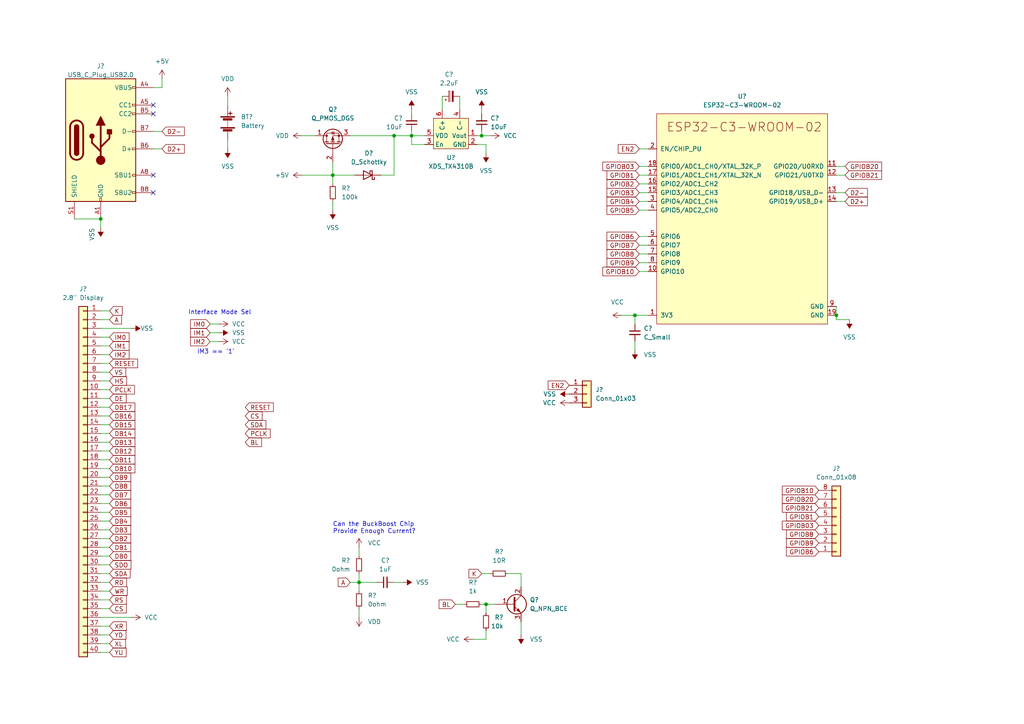
<source format=kicad_sch>
(kicad_sch (version 20211123) (generator eeschema)
  (paper "A4")
  (lib_symbols
    (symbol "BadgePiratesSymbolLibrary:USB_C_Plug_USB2.0" (pin_names (offset 1.016))
      (property "Reference" "J1" (at -10.16 20.32 0))
      (property "Value" "USB_C_Plug_USB2.0" (at 2.54 -20.32 0))
      (symbol "USB_C_Plug_USB2.0_0_0"
        (rectangle (start -0.254 -17.78) (end 0.254 -16.764))
        (rectangle (start 10.1232 -14.9825) (end 9.1072 -15.4905))
        (rectangle (start 10.1599 -9.9392) (end 9.1439 -10.4472))
        (rectangle (start 10.16 -2.286) (end 9.144 -2.794))
        (rectangle (start 10.16 2.794) (end 9.144 2.286))
        (rectangle (start 10.16 7.874) (end 9.144 7.366))
        (rectangle (start 10.16 10.414) (end 9.144 9.906))
        (rectangle (start 10.16 15.494) (end 9.144 14.986))
        (pin bidirectional line (at 15.24 -10.16 180) (length 5.08) (name "SBU1") (number "A8"))
        (pin bidirectional line (at 15.24 -2.54 180) (length 5.08) (name "D+") (number "B6"))
        (pin bidirectional line (at 15.24 2.54 180) (length 5.08) (name "D-") (number "B7"))
        (pin bidirectional line (at 15.24 -15.24 180) (length 5.08) (name "SBU2") (number "B8"))
      )
      (symbol "USB_C_Plug_USB2.0_0_1"
        (rectangle (start -10.16 17.78) (end 10.16 -17.78) (stroke (width 0.254)) (fill (type background)))
        (arc (start -8.89 -3.81) (mid -6.985 -5.715) (end -5.08 -3.81) (stroke (width 0.508)))
        (arc (start -7.62 -3.81) (mid -6.985 -4.445) (end -6.35 -3.81) (stroke (width 0.254)))
        (arc (start -7.62 -3.81) (mid -6.985 -4.445) (end -6.35 -3.81) (stroke (width 0.254)) (fill (type outline)))
        (rectangle (start -7.62 -3.81) (end -6.35 3.81) (stroke (width 0.254)) (fill (type outline)))
        (arc (start -6.35 3.81) (mid -6.985 4.445) (end -7.62 3.81) (stroke (width 0.254)))
        (arc (start -6.35 3.81) (mid -6.985 4.445) (end -7.62 3.81) (stroke (width 0.254)) (fill (type outline)))
        (arc (start -5.08 3.81) (mid -6.985 5.715) (end -8.89 3.81) (stroke (width 0.508)))
        (circle (center -2.54 1.143) (radius 0.635) (stroke (width 0.254)) (fill (type outline)))
        (circle (center 0 -5.842) (radius 1.27) (fill (type outline)))
        (polyline (pts (xy -8.89 -3.81) (xy -8.89 3.81)) (stroke (width 0.508)))
        (polyline (pts (xy -5.08 3.81) (xy -5.08 -3.81)) (stroke (width 0.508)))
        (polyline (pts (xy 0 -5.842) (xy 0 4.318)) (stroke (width 0.508)))
        (polyline (pts (xy 0 -3.302) (xy -2.54 -0.762) (xy -2.54 0.508)) (stroke (width 0.508)))
        (polyline (pts (xy 0 -2.032) (xy 2.54 0.508) (xy 2.54 1.778)) (stroke (width 0.508)))
        (polyline (pts (xy -1.27 4.318) (xy 0 6.858) (xy 1.27 4.318) (xy -1.27 4.318)) (stroke (width 0.254)) (fill (type outline)))
        (rectangle (start 1.905 1.778) (end 3.175 3.048) (stroke (width 0.254)) (fill (type outline)))
      )
      (symbol "USB_C_Plug_USB2.0_1_1"
        (pin passive line (at 0 -22.86 90) (length 5.08) (name "GND") (number "A1"))
        (pin passive line (at 0 -22.86 90) (length 5.08) hide (name "GND") (number "A12"))
        (pin passive line (at 15.24 15.24 180) (length 5.08) (name "VBUS") (number "A4"))
        (pin passive line (at 15.24 10.16 180) (length 5.08) (name "CC1") (number "A5"))
        (pin bidirectional line (at 15.24 -2.54 180) (length 5.08) hide (name "D+") (number "A6"))
        (pin bidirectional line (at 15.24 2.54 180) (length 5.08) hide (name "D-") (number "A7"))
        (pin passive line (at 15.24 15.24 180) (length 5.08) hide (name "VBUS") (number "A9"))
        (pin passive line (at 0 -22.86 90) (length 5.08) hide (name "GND") (number "B1"))
        (pin passive line (at 0 -22.86 90) (length 5.08) hide (name "GND") (number "B12"))
        (pin passive line (at 15.24 15.24 180) (length 5.08) hide (name "VBUS") (number "B4"))
        (pin passive line (at 15.24 7.62 180) (length 5.08) (name "CC2") (number "B5"))
        (pin passive line (at 15.24 15.24 180) (length 5.08) hide (name "VBUS") (number "B9"))
        (pin passive line (at -7.62 -22.86 90) (length 5.08) (name "SHIELD") (number "S1"))
      )
    )
    (symbol "Connector_Generic:Conn_01x03" (pin_names (offset 1.016) hide)
      (property "Reference" "J" (at 0 5.08 0))
      (property "Value" "Conn_01x03" (at 0 -5.08 0))
      (symbol "Conn_01x03_1_1"
        (rectangle (start -1.27 -2.413) (end 0 -2.667) (stroke (width 0.1524)))
        (rectangle (start -1.27 0.127) (end 0 -0.127) (stroke (width 0.1524)))
        (rectangle (start -1.27 2.667) (end 0 2.413) (stroke (width 0.1524)))
        (rectangle (start -1.27 3.81) (end 1.27 -3.81) (stroke (width 0.254)) (fill (type background)))
        (pin passive line (at -5.08 2.54 0) (length 3.81) (name "Pin_1") (number "1"))
        (pin passive line (at -5.08 0 0) (length 3.81) (name "Pin_2") (number "2"))
        (pin passive line (at -5.08 -2.54 0) (length 3.81) (name "Pin_3") (number "3"))
      )
    )
    (symbol "Connector_Generic:Conn_01x08" (pin_names (offset 1.016) hide)
      (property "Reference" "J" (at 0 10.16 0))
      (property "Value" "Conn_01x08" (at 0 -12.7 0))
      (symbol "Conn_01x08_1_1"
        (rectangle (start -1.27 -10.033) (end 0 -10.287) (stroke (width 0.1524)))
        (rectangle (start -1.27 -7.493) (end 0 -7.747) (stroke (width 0.1524)))
        (rectangle (start -1.27 -4.953) (end 0 -5.207) (stroke (width 0.1524)))
        (rectangle (start -1.27 -2.413) (end 0 -2.667) (stroke (width 0.1524)))
        (rectangle (start -1.27 0.127) (end 0 -0.127) (stroke (width 0.1524)))
        (rectangle (start -1.27 2.667) (end 0 2.413) (stroke (width 0.1524)))
        (rectangle (start -1.27 5.207) (end 0 4.953) (stroke (width 0.1524)))
        (rectangle (start -1.27 7.747) (end 0 7.493) (stroke (width 0.1524)))
        (rectangle (start -1.27 8.89) (end 1.27 -11.43) (stroke (width 0.254)) (fill (type background)))
        (pin passive line (at -5.08 7.62 0) (length 3.81) (name "Pin_1") (number "1"))
        (pin passive line (at -5.08 5.08 0) (length 3.81) (name "Pin_2") (number "2"))
        (pin passive line (at -5.08 2.54 0) (length 3.81) (name "Pin_3") (number "3"))
        (pin passive line (at -5.08 0 0) (length 3.81) (name "Pin_4") (number "4"))
        (pin passive line (at -5.08 -2.54 0) (length 3.81) (name "Pin_5") (number "5"))
        (pin passive line (at -5.08 -5.08 0) (length 3.81) (name "Pin_6") (number "6"))
        (pin passive line (at -5.08 -7.62 0) (length 3.81) (name "Pin_7") (number "7"))
        (pin passive line (at -5.08 -10.16 0) (length 3.81) (name "Pin_8") (number "8"))
      )
    )
    (symbol "Connector_Generic:Conn_01x40" (pin_names (offset 1.016) hide)
      (property "Reference" "J" (at 0 50.8 0))
      (property "Value" "Conn_01x40" (at 0 -53.34 0))
      (symbol "Conn_01x40_1_1"
        (rectangle (start -1.27 -50.673) (end 0 -50.927) (stroke (width 0.1524)))
        (rectangle (start -1.27 -48.133) (end 0 -48.387) (stroke (width 0.1524)))
        (rectangle (start -1.27 -45.593) (end 0 -45.847) (stroke (width 0.1524)))
        (rectangle (start -1.27 -43.053) (end 0 -43.307) (stroke (width 0.1524)))
        (rectangle (start -1.27 -40.513) (end 0 -40.767) (stroke (width 0.1524)))
        (rectangle (start -1.27 -37.973) (end 0 -38.227) (stroke (width 0.1524)))
        (rectangle (start -1.27 -35.433) (end 0 -35.687) (stroke (width 0.1524)))
        (rectangle (start -1.27 -32.893) (end 0 -33.147) (stroke (width 0.1524)))
        (rectangle (start -1.27 -30.353) (end 0 -30.607) (stroke (width 0.1524)))
        (rectangle (start -1.27 -27.813) (end 0 -28.067) (stroke (width 0.1524)))
        (rectangle (start -1.27 -25.273) (end 0 -25.527) (stroke (width 0.1524)))
        (rectangle (start -1.27 -22.733) (end 0 -22.987) (stroke (width 0.1524)))
        (rectangle (start -1.27 -20.193) (end 0 -20.447) (stroke (width 0.1524)))
        (rectangle (start -1.27 -17.653) (end 0 -17.907) (stroke (width 0.1524)))
        (rectangle (start -1.27 -15.113) (end 0 -15.367) (stroke (width 0.1524)))
        (rectangle (start -1.27 -12.573) (end 0 -12.827) (stroke (width 0.1524)))
        (rectangle (start -1.27 -10.033) (end 0 -10.287) (stroke (width 0.1524)))
        (rectangle (start -1.27 -7.493) (end 0 -7.747) (stroke (width 0.1524)))
        (rectangle (start -1.27 -4.953) (end 0 -5.207) (stroke (width 0.1524)))
        (rectangle (start -1.27 -2.413) (end 0 -2.667) (stroke (width 0.1524)))
        (rectangle (start -1.27 0.127) (end 0 -0.127) (stroke (width 0.1524)))
        (rectangle (start -1.27 2.667) (end 0 2.413) (stroke (width 0.1524)))
        (rectangle (start -1.27 5.207) (end 0 4.953) (stroke (width 0.1524)))
        (rectangle (start -1.27 7.747) (end 0 7.493) (stroke (width 0.1524)))
        (rectangle (start -1.27 10.287) (end 0 10.033) (stroke (width 0.1524)))
        (rectangle (start -1.27 12.827) (end 0 12.573) (stroke (width 0.1524)))
        (rectangle (start -1.27 15.367) (end 0 15.113) (stroke (width 0.1524)))
        (rectangle (start -1.27 17.907) (end 0 17.653) (stroke (width 0.1524)))
        (rectangle (start -1.27 20.447) (end 0 20.193) (stroke (width 0.1524)))
        (rectangle (start -1.27 22.987) (end 0 22.733) (stroke (width 0.1524)))
        (rectangle (start -1.27 25.527) (end 0 25.273) (stroke (width 0.1524)))
        (rectangle (start -1.27 28.067) (end 0 27.813) (stroke (width 0.1524)))
        (rectangle (start -1.27 30.607) (end 0 30.353) (stroke (width 0.1524)))
        (rectangle (start -1.27 33.147) (end 0 32.893) (stroke (width 0.1524)))
        (rectangle (start -1.27 35.687) (end 0 35.433) (stroke (width 0.1524)))
        (rectangle (start -1.27 38.227) (end 0 37.973) (stroke (width 0.1524)))
        (rectangle (start -1.27 40.767) (end 0 40.513) (stroke (width 0.1524)))
        (rectangle (start -1.27 43.307) (end 0 43.053) (stroke (width 0.1524)))
        (rectangle (start -1.27 45.847) (end 0 45.593) (stroke (width 0.1524)))
        (rectangle (start -1.27 48.387) (end 0 48.133) (stroke (width 0.1524)))
        (rectangle (start -1.27 49.53) (end 1.27 -52.07) (stroke (width 0.254)) (fill (type background)))
        (pin passive line (at -5.08 48.26 0) (length 3.81) (name "Pin_1") (number "1"))
        (pin passive line (at -5.08 25.4 0) (length 3.81) (name "Pin_10") (number "10"))
        (pin passive line (at -5.08 22.86 0) (length 3.81) (name "Pin_11") (number "11"))
        (pin passive line (at -5.08 20.32 0) (length 3.81) (name "Pin_12") (number "12"))
        (pin passive line (at -5.08 17.78 0) (length 3.81) (name "Pin_13") (number "13"))
        (pin passive line (at -5.08 15.24 0) (length 3.81) (name "Pin_14") (number "14"))
        (pin passive line (at -5.08 12.7 0) (length 3.81) (name "Pin_15") (number "15"))
        (pin passive line (at -5.08 10.16 0) (length 3.81) (name "Pin_16") (number "16"))
        (pin passive line (at -5.08 7.62 0) (length 3.81) (name "Pin_17") (number "17"))
        (pin passive line (at -5.08 5.08 0) (length 3.81) (name "Pin_18") (number "18"))
        (pin passive line (at -5.08 2.54 0) (length 3.81) (name "Pin_19") (number "19"))
        (pin passive line (at -5.08 45.72 0) (length 3.81) (name "Pin_2") (number "2"))
        (pin passive line (at -5.08 0 0) (length 3.81) (name "Pin_20") (number "20"))
        (pin passive line (at -5.08 -2.54 0) (length 3.81) (name "Pin_21") (number "21"))
        (pin passive line (at -5.08 -5.08 0) (length 3.81) (name "Pin_22") (number "22"))
        (pin passive line (at -5.08 -7.62 0) (length 3.81) (name "Pin_23") (number "23"))
        (pin passive line (at -5.08 -10.16 0) (length 3.81) (name "Pin_24") (number "24"))
        (pin passive line (at -5.08 -12.7 0) (length 3.81) (name "Pin_25") (number "25"))
        (pin passive line (at -5.08 -15.24 0) (length 3.81) (name "Pin_26") (number "26"))
        (pin passive line (at -5.08 -17.78 0) (length 3.81) (name "Pin_27") (number "27"))
        (pin passive line (at -5.08 -20.32 0) (length 3.81) (name "Pin_28") (number "28"))
        (pin passive line (at -5.08 -22.86 0) (length 3.81) (name "Pin_29") (number "29"))
        (pin passive line (at -5.08 43.18 0) (length 3.81) (name "Pin_3") (number "3"))
        (pin passive line (at -5.08 -25.4 0) (length 3.81) (name "Pin_30") (number "30"))
        (pin passive line (at -5.08 -27.94 0) (length 3.81) (name "Pin_31") (number "31"))
        (pin passive line (at -5.08 -30.48 0) (length 3.81) (name "Pin_32") (number "32"))
        (pin passive line (at -5.08 -33.02 0) (length 3.81) (name "Pin_33") (number "33"))
        (pin passive line (at -5.08 -35.56 0) (length 3.81) (name "Pin_34") (number "34"))
        (pin passive line (at -5.08 -38.1 0) (length 3.81) (name "Pin_35") (number "35"))
        (pin passive line (at -5.08 -40.64 0) (length 3.81) (name "Pin_36") (number "36"))
        (pin passive line (at -5.08 -43.18 0) (length 3.81) (name "Pin_37") (number "37"))
        (pin passive line (at -5.08 -45.72 0) (length 3.81) (name "Pin_38") (number "38"))
        (pin passive line (at -5.08 -48.26 0) (length 3.81) (name "Pin_39") (number "39"))
        (pin passive line (at -5.08 40.64 0) (length 3.81) (name "Pin_4") (number "4"))
        (pin passive line (at -5.08 -50.8 0) (length 3.81) (name "Pin_40") (number "40"))
        (pin passive line (at -5.08 38.1 0) (length 3.81) (name "Pin_5") (number "5"))
        (pin passive line (at -5.08 35.56 0) (length 3.81) (name "Pin_6") (number "6"))
        (pin passive line (at -5.08 33.02 0) (length 3.81) (name "Pin_7") (number "7"))
        (pin passive line (at -5.08 30.48 0) (length 3.81) (name "Pin_8") (number "8"))
        (pin passive line (at -5.08 27.94 0) (length 3.81) (name "Pin_9") (number "9"))
      )
    )
    (symbol "Device:Battery" (pin_numbers hide) (pin_names (offset 0) hide)
      (property "Reference" "BT" (at 2.54 2.54 0))
      (property "Value" "Battery" (at 2.54 0 0))
      (symbol "Battery_0_1"
        (rectangle (start -2.032 -1.397) (end 2.032 -1.651) (fill (type outline)))
        (rectangle (start -2.032 1.778) (end 2.032 1.524) (fill (type outline)))
        (rectangle (start -1.3208 -1.9812) (end 1.27 -2.4892) (fill (type outline)))
        (rectangle (start -1.3208 1.1938) (end 1.27 0.6858) (fill (type outline)))
        (polyline (pts (xy 0 -1.524) (xy 0 -1.27)))
        (polyline (pts (xy 0 -1.016) (xy 0 -0.762)))
        (polyline (pts (xy 0 -0.508) (xy 0 -0.254)))
        (polyline (pts (xy 0 0) (xy 0 0.254)))
        (polyline (pts (xy 0 0.508) (xy 0 0.762)))
        (polyline (pts (xy 0 1.778) (xy 0 2.54)))
        (polyline (pts (xy 0.254 2.667) (xy 1.27 2.667)) (stroke (width 0.254)))
        (polyline (pts (xy 0.762 3.175) (xy 0.762 2.159)) (stroke (width 0.254)))
      )
      (symbol "Battery_1_1"
        (pin passive line (at 0 5.08 270) (length 2.54) (name "+") (number "1"))
        (pin passive line (at 0 -5.08 90) (length 2.54) (name "-") (number "2"))
      )
    )
    (symbol "Device:C_Polarized_Small" (pin_numbers hide) (pin_names (offset 0.254) hide)
      (property "Reference" "C" (at 0.254 1.778 0))
      (property "Value" "C_Polarized_Small" (at 0.254 -2.032 0))
      (symbol "C_Polarized_Small_0_1"
        (rectangle (start -1.524 -0.3048) (end 1.524 -0.6858) (fill (type outline)))
        (rectangle (start -1.524 0.6858) (end 1.524 0.3048))
        (polyline (pts (xy -1.27 1.524) (xy -0.762 1.524)))
        (polyline (pts (xy -1.016 1.27) (xy -1.016 1.778)))
      )
      (symbol "C_Polarized_Small_1_1"
        (pin passive line (at 0 2.54 270) (length 1.8542) (name "~") (number "1"))
        (pin passive line (at 0 -2.54 90) (length 1.8542) (name "~") (number "2"))
      )
    )
    (symbol "Device:C_Small" (pin_numbers hide) (pin_names (offset 0.254) hide)
      (property "Reference" "C" (at 0.254 1.778 0))
      (property "Value" "C_Small" (at 0.254 -2.032 0))
      (symbol "C_Small_0_1"
        (polyline (pts (xy -1.524 -0.508) (xy 1.524 -0.508)) (stroke (width 0.3302)))
        (polyline (pts (xy -1.524 0.508) (xy 1.524 0.508)) (stroke (width 0.3048)))
      )
      (symbol "C_Small_1_1"
        (pin passive line (at 0 2.54 270) (length 2.032) (name "~") (number "1"))
        (pin passive line (at 0 -2.54 90) (length 2.032) (name "~") (number "2"))
      )
    )
    (symbol "Device:D_Schottky" (pin_numbers hide) (pin_names (offset 1.016) hide)
      (property "Reference" "D" (at 0 2.54 0))
      (property "Value" "D_Schottky" (at 0 -2.54 0))
      (symbol "D_Schottky_0_1"
        (polyline (pts (xy 1.27 0) (xy -1.27 0)))
        (polyline (pts (xy 1.27 1.27) (xy 1.27 -1.27) (xy -1.27 0) (xy 1.27 1.27)) (stroke (width 0.254)))
        (polyline (pts (xy -1.905 0.635) (xy -1.905 1.27) (xy -1.27 1.27) (xy -1.27 -1.27) (xy -0.635 -1.27) (xy -0.635 -0.635)) (stroke (width 0.254)))
      )
      (symbol "D_Schottky_1_1"
        (pin passive line (at -3.81 0 0) (length 2.54) (name "K") (number "1"))
        (pin passive line (at 3.81 0 180) (length 2.54) (name "A") (number "2"))
      )
    )
    (symbol "Device:Q_NPN_BCE" (pin_names (offset 0) hide)
      (property "Reference" "Q" (at 5.08 1.27 0))
      (property "Value" "Q_NPN_BCE" (at 5.08 -1.27 0))
      (symbol "Q_NPN_BCE_0_1"
        (polyline (pts (xy 0.635 0.635) (xy 2.54 2.54)))
        (polyline (pts (xy 0.635 -0.635) (xy 2.54 -2.54) (xy 2.54 -2.54)))
        (polyline (pts (xy 0.635 1.905) (xy 0.635 -1.905) (xy 0.635 -1.905)) (stroke (width 0.508)))
        (polyline (pts (xy 1.27 -1.778) (xy 1.778 -1.27) (xy 2.286 -2.286) (xy 1.27 -1.778) (xy 1.27 -1.778)) (fill (type outline)))
        (circle (center 1.27 0) (radius 2.8194) (stroke (width 0.254)))
      )
      (symbol "Q_NPN_BCE_1_1"
        (pin input line (at -5.08 0 0) (length 5.715) (name "B") (number "1"))
        (pin passive line (at 2.54 5.08 270) (length 2.54) (name "C") (number "2"))
        (pin passive line (at 2.54 -5.08 90) (length 2.54) (name "E") (number "3"))
      )
    )
    (symbol "Device:Q_PMOS_DGS" (pin_names (offset 0) hide)
      (property "Reference" "Q" (at 5.08 1.27 0))
      (property "Value" "Q_PMOS_DGS" (at 5.08 -1.27 0))
      (symbol "Q_PMOS_DGS_0_1"
        (polyline (pts (xy 0.254 0) (xy -2.54 0)))
        (polyline (pts (xy 0.254 1.905) (xy 0.254 -1.905)) (stroke (width 0.254)))
        (polyline (pts (xy 0.762 -1.27) (xy 0.762 -2.286)) (stroke (width 0.254)))
        (polyline (pts (xy 0.762 0.508) (xy 0.762 -0.508)) (stroke (width 0.254)))
        (polyline (pts (xy 0.762 2.286) (xy 0.762 1.27)) (stroke (width 0.254)))
        (polyline (pts (xy 2.54 2.54) (xy 2.54 1.778)))
        (polyline (pts (xy 2.54 -2.54) (xy 2.54 0) (xy 0.762 0)))
        (polyline (pts (xy 0.762 1.778) (xy 3.302 1.778) (xy 3.302 -1.778) (xy 0.762 -1.778)))
        (polyline (pts (xy 2.286 0) (xy 1.27 0.381) (xy 1.27 -0.381) (xy 2.286 0)) (fill (type outline)))
        (polyline (pts (xy 2.794 -0.508) (xy 2.921 -0.381) (xy 3.683 -0.381) (xy 3.81 -0.254)))
        (polyline (pts (xy 3.302 -0.381) (xy 2.921 0.254) (xy 3.683 0.254) (xy 3.302 -0.381)))
        (circle (center 1.651 0) (radius 2.794) (stroke (width 0.254)))
        (circle (center 2.54 -1.778) (radius 0.254) (fill (type outline)))
        (circle (center 2.54 1.778) (radius 0.254) (fill (type outline)))
      )
      (symbol "Q_PMOS_DGS_1_1"
        (pin passive line (at 2.54 5.08 270) (length 2.54) (name "D") (number "1"))
        (pin input line (at -5.08 0 0) (length 2.54) (name "G") (number "2"))
        (pin passive line (at 2.54 -5.08 90) (length 2.54) (name "S") (number "3"))
      )
    )
    (symbol "Device:R_Small" (pin_numbers hide) (pin_names (offset 0.254) hide)
      (property "Reference" "R" (at 0.762 0.508 0))
      (property "Value" "R_Small" (at 0.762 -1.016 0))
      (symbol "R_Small_0_1"
        (rectangle (start -0.762 1.778) (end 0.762 -1.778) (stroke (width 0.2032)))
      )
      (symbol "R_Small_1_1"
        (pin passive line (at 0 2.54 270) (length 0.762) (name "~") (number "1"))
        (pin passive line (at 0 -2.54 90) (length 0.762) (name "~") (number "2"))
      )
    )
    (symbol "ESP32_C3:XDS_TX4310B"
      (property "Reference" "U" (at 5.08 3.81 0))
      (property "Value" "XDS_TX4310B" (at 0 -7.62 0))
      (symbol "XDS_TX4310B_0_1"
        (rectangle (start -5.08 2.54) (end 5.08 -6.35) (stroke (width 0.1524)) (fill (type background)))
      )
      (symbol "XDS_TX4310B_1_1"
        (pin input line (at 7.62 -2.54 180) (length 2.54) (name "Vout") (number "1"))
        (pin input line (at 7.62 -5.08 180) (length 2.54) (name "GND") (number "2"))
        (pin input line (at -7.62 -5.08 0) (length 2.54) (name "En") (number "3"))
        (pin input line (at 2.54 5.08 270) (length 2.54) (name "C-") (number "4"))
        (pin input line (at -7.62 -2.54 0) (length 2.54) (name "VDD") (number "5"))
        (pin input line (at -2.54 5.08 270) (length 2.54) (name "C+") (number "6"))
      )
    )
    (symbol "Espressif:ESP32-C3-WROOM-02" (pin_names (offset 1.016))
      (property "Reference" "U" (at 0 33.02 0))
      (property "Value" "ESP32-C3-WROOM-02" (at 0 -30.48 0))
      (symbol "ESP32-C3-WROOM-02_0_0"
        (text "ESP32-C3-WROOM-02" (at 1.27 27.94 0) (effects (font (size 2.54 2.54))))
      )
      (symbol "ESP32-C3-WROOM-02_0_1"
        (rectangle (start -24.13 31.75) (end 25.4 -29.21) (fill (type background)))
      )
      (symbol "ESP32-C3-WROOM-02_1_1"
        (pin power_in line (at -26.67 -26.67 0) (length 2.54) (name "3V3") (number "1"))
        (pin bidirectional line (at -26.67 -13.97 0) (length 2.54) (name "GPIO10") (number "10"))
        (pin bidirectional line (at 27.94 16.51 180) (length 2.54) (name "GPIO20/U0RXD") (number "11"))
        (pin bidirectional line (at 27.94 13.97 180) (length 2.54) (name "GPIO21/U0TXD") (number "12"))
        (pin bidirectional line (at 27.94 8.89 180) (length 2.54) (name "GPIO18/USB_D-") (number "13"))
        (pin bidirectional line (at 27.94 6.35 180) (length 2.54) (name "GPIO19/USB_D+") (number "14"))
        (pin bidirectional line (at -26.67 8.89 0) (length 2.54) (name "GPIO3/ADC1_CH3") (number "15"))
        (pin bidirectional line (at -26.67 11.43 0) (length 2.54) (name "GPIO2/ADC1_CH2") (number "16"))
        (pin bidirectional line (at -26.67 13.97 0) (length 2.54) (name "GPIO1/ADC1_CH1/XTAL_32K_N") (number "17"))
        (pin bidirectional line (at -26.67 16.51 0) (length 2.54) (name "GPIO0/ADC1_CH0/XTAL_32K_P") (number "18"))
        (pin power_in line (at 27.94 -26.67 180) (length 2.54) (name "GND") (number "19"))
        (pin input line (at -26.67 21.59 0) (length 2.54) (name "EN/CHIP_PU") (number "2"))
        (pin bidirectional line (at -26.67 6.35 0) (length 2.54) (name "GPIO4/ADC1_CH4") (number "3"))
        (pin bidirectional line (at -26.67 3.81 0) (length 2.54) (name "GPIO5/ADC2_CH0") (number "4"))
        (pin bidirectional line (at -26.67 -3.81 0) (length 2.54) (name "GPIO6") (number "5"))
        (pin bidirectional line (at -26.67 -6.35 0) (length 2.54) (name "GPIO7") (number "6"))
        (pin bidirectional line (at -26.67 -8.89 0) (length 2.54) (name "GPIO8") (number "7"))
        (pin bidirectional line (at -26.67 -11.43 0) (length 2.54) (name "GPIO9") (number "8"))
        (pin power_in line (at 27.94 -24.13 180) (length 2.54) (name "GND") (number "9"))
      )
    )
    (symbol "VSS_1" (power) (pin_names (offset 0))
      (property "Value" "VSS_1" (at 0 3.81 0))
      (symbol "VSS_1_0_1"
        (polyline (pts (xy 0 0) (xy 0 2.54)))
        (polyline (pts (xy 0.762 1.27) (xy -0.762 1.27) (xy 0 2.54) (xy 0.762 1.27)) (fill (type outline)))
      )
      (symbol "VSS_1_1_1"
        (pin power_in line (at 0 0 90) (length 0) hide (name "VSS") (number "1"))
      )
    )
    (symbol "power:+5V" (power) (pin_names (offset 0))
      (property "Value" "+5V" (at 0 3.556 0))
      (symbol "+5V_0_1"
        (polyline (pts (xy -0.762 1.27) (xy 0 2.54)))
        (polyline (pts (xy 0 0) (xy 0 2.54)))
        (polyline (pts (xy 0 2.54) (xy 0.762 1.27)))
      )
      (symbol "+5V_1_1"
        (pin power_in line (at 0 0 90) (length 0) hide (name "+5V") (number "1"))
      )
    )
    (symbol "power:VCC" (power) (pin_names (offset 0))
      (property "Value" "VCC" (at 0 3.81 0))
      (symbol "VCC_0_1"
        (polyline (pts (xy -0.762 1.27) (xy 0 2.54)))
        (polyline (pts (xy 0 0) (xy 0 2.54)))
        (polyline (pts (xy 0 2.54) (xy 0.762 1.27)))
      )
      (symbol "VCC_1_1"
        (pin power_in line (at 0 0 90) (length 0) hide (name "VCC") (number "1"))
      )
    )
    (symbol "power:VDD" (power) (pin_names (offset 0))
      (property "Value" "VDD" (at 0 3.81 0))
      (symbol "VDD_0_1"
        (polyline (pts (xy -0.762 1.27) (xy 0 2.54)))
        (polyline (pts (xy 0 0) (xy 0 2.54)))
        (polyline (pts (xy 0 2.54) (xy 0.762 1.27)))
      )
      (symbol "VDD_1_1"
        (pin power_in line (at 0 0 90) (length 0) hide (name "VDD") (number "1"))
      )
    )
    (symbol "power:VSS" (power) (pin_names (offset 0))
      (property "Value" "VSS" (at 0 3.81 0))
      (symbol "VSS_0_1"
        (polyline (pts (xy 0 0) (xy 0 2.54)))
        (polyline (pts (xy 0.762 1.27) (xy -0.762 1.27) (xy 0 2.54) (xy 0.762 1.27)) (fill (type outline)))
      )
      (symbol "VSS_1_1"
        (pin power_in line (at 0 0 90) (length 0) hide (name "VSS") (number "1"))
      )
    )
  )
  (junction (at 114.3 39.37))
  (junction (at 242.57 91.44))
  (junction (at 104.14 168.91))
  (junction (at 96.52 50.8))
  (junction (at 29.21 63.5))
  (junction (at 140.97 175.26))
  (junction (at 139.7 39.37))
  (junction (at 119.38 39.37))
  (junction (at 184.15 91.44))
  (no_connect (at 44.45 30.48))
  (no_connect (at 44.45 55.88))
  (no_connect (at 44.45 33.02))
  (no_connect (at 44.45 50.8))
  (wire (pts (xy 139.7 31.75) (xy 139.7 33.02)))
  (wire (pts (xy 29.21 120.65) (xy 31.75 120.65)))
  (wire (pts (xy 29.21 123.19) (xy 31.75 123.19)))
  (wire (pts (xy 104.14 168.91) (xy 104.14 171.45)))
  (wire (pts (xy 101.6 39.37) (xy 114.3 39.37)))
  (wire (pts (xy 139.7 166.37) (xy 142.24 166.37)))
  (wire (pts (xy 29.21 171.45) (xy 31.75 171.45)))
  (wire (pts (xy 29.21 173.99) (xy 31.75 173.99)))
  (wire (pts (xy 110.49 50.8) (xy 114.3 50.8)))
  (wire (pts (xy 180.34 91.44) (xy 184.15 91.44)))
  (wire (pts (xy 140.97 175.26) (xy 143.51 175.26)))
  (wire (pts (xy 29.21 143.51) (xy 31.75 143.51)))
  (wire (pts (xy 29.21 135.89) (xy 31.75 135.89)))
  (wire (pts (xy 185.42 43.18) (xy 187.96 43.18)))
  (wire (pts (xy 44.45 38.1) (xy 46.99 38.1)))
  (wire (pts (xy 104.14 158.75) (xy 104.14 161.29)))
  (wire (pts (xy 119.38 41.91) (xy 119.38 39.37)))
  (wire (pts (xy 29.21 138.43) (xy 31.75 138.43)))
  (wire (pts (xy 96.52 46.99) (xy 96.52 50.8)))
  (wire (pts (xy 96.52 58.42) (xy 96.52 60.96)))
  (wire (pts (xy 185.42 71.12) (xy 187.96 71.12)))
  (wire (pts (xy 138.43 39.37) (xy 139.7 39.37)))
  (wire (pts (xy 140.97 41.91) (xy 138.43 41.91)))
  (wire (pts (xy 29.21 184.15) (xy 31.75 184.15)))
  (wire (pts (xy 29.21 163.83) (xy 31.75 163.83)))
  (wire (pts (xy 185.42 68.58) (xy 187.96 68.58)))
  (wire (pts (xy 185.42 50.8) (xy 187.96 50.8)))
  (wire (pts (xy 29.21 110.49) (xy 31.75 110.49)))
  (wire (pts (xy 66.04 40.64) (xy 66.04 43.18)))
  (wire (pts (xy 29.21 148.59) (xy 31.75 148.59)))
  (wire (pts (xy 44.45 25.4) (xy 46.99 25.4)))
  (wire (pts (xy 29.21 146.05) (xy 31.75 146.05)))
  (wire (pts (xy 29.21 92.71) (xy 31.75 92.71)))
  (wire (pts (xy 29.21 176.53) (xy 31.75 176.53)))
  (wire (pts (xy 133.35 27.94) (xy 133.35 31.75)))
  (wire (pts (xy 119.38 39.37) (xy 123.19 39.37)))
  (wire (pts (xy 119.38 31.75) (xy 119.38 33.02)))
  (wire (pts (xy 29.21 153.67) (xy 31.75 153.67)))
  (wire (pts (xy 29.21 113.03) (xy 31.75 113.03)))
  (wire (pts (xy 185.42 55.88) (xy 187.96 55.88)))
  (wire (pts (xy 242.57 88.9) (xy 242.57 91.44)))
  (wire (pts (xy 184.15 91.44) (xy 187.96 91.44)))
  (wire (pts (xy 29.21 168.91) (xy 31.75 168.91)))
  (wire (pts (xy 114.3 39.37) (xy 119.38 39.37)))
  (wire (pts (xy 29.21 151.13) (xy 31.75 151.13)))
  (wire (pts (xy 185.42 53.34) (xy 187.96 53.34)))
  (wire (pts (xy 132.08 175.26) (xy 134.62 175.26)))
  (wire (pts (xy 242.57 58.42) (xy 245.11 58.42)))
  (wire (pts (xy 29.21 118.11) (xy 31.75 118.11)))
  (wire (pts (xy 184.15 91.44) (xy 184.15 93.98)))
  (wire (pts (xy 185.42 58.42) (xy 187.96 58.42)))
  (wire (pts (xy 29.21 105.41) (xy 31.75 105.41)))
  (wire (pts (xy 242.57 92.71) (xy 246.38 92.71)))
  (wire (pts (xy 66.04 27.94) (xy 66.04 30.48)))
  (wire (pts (xy 96.52 53.34) (xy 96.52 50.8)))
  (wire (pts (xy 114.3 168.91) (xy 116.84 168.91)))
  (wire (pts (xy 29.21 156.21) (xy 31.75 156.21)))
  (wire (pts (xy 242.57 50.8) (xy 245.11 50.8)))
  (wire (pts (xy 29.21 95.25) (xy 38.1 95.25)))
  (wire (pts (xy 29.21 125.73) (xy 31.75 125.73)))
  (wire (pts (xy 29.21 102.87) (xy 31.75 102.87)))
  (wire (pts (xy 29.21 186.69) (xy 31.75 186.69)))
  (wire (pts (xy 184.15 99.06) (xy 184.15 101.6)))
  (wire (pts (xy 29.21 179.07) (xy 38.1 179.07)))
  (wire (pts (xy 137.16 185.42) (xy 140.97 185.42)))
  (wire (pts (xy 29.21 107.95) (xy 31.75 107.95)))
  (wire (pts (xy 242.57 91.44) (xy 242.57 92.71)))
  (wire (pts (xy 29.21 140.97) (xy 31.75 140.97)))
  (wire (pts (xy 29.21 100.33) (xy 31.75 100.33)))
  (wire (pts (xy 29.21 63.5) (xy 29.21 66.04)))
  (wire (pts (xy 29.21 97.79) (xy 31.75 97.79)))
  (wire (pts (xy 242.57 48.26) (xy 245.11 48.26)))
  (wire (pts (xy 101.6 168.91) (xy 104.14 168.91)))
  (wire (pts (xy 29.21 189.23) (xy 31.75 189.23)))
  (wire (pts (xy 185.42 48.26) (xy 187.96 48.26)))
  (wire (pts (xy 114.3 50.8) (xy 114.3 39.37)))
  (wire (pts (xy 29.21 181.61) (xy 31.75 181.61)))
  (wire (pts (xy 151.13 166.37) (xy 147.32 166.37)))
  (wire (pts (xy 140.97 44.45) (xy 140.97 41.91)))
  (wire (pts (xy 104.14 168.91) (xy 109.22 168.91)))
  (wire (pts (xy 87.63 50.8) (xy 96.52 50.8)))
  (wire (pts (xy 104.14 166.37) (xy 104.14 168.91)))
  (wire (pts (xy 185.42 73.66) (xy 187.96 73.66)))
  (wire (pts (xy 87.63 39.37) (xy 91.44 39.37)))
  (wire (pts (xy 185.42 60.96) (xy 187.96 60.96)))
  (wire (pts (xy 151.13 180.34) (xy 151.13 184.15)))
  (wire (pts (xy 29.21 130.81) (xy 31.75 130.81)))
  (wire (pts (xy 44.45 43.18) (xy 46.99 43.18)))
  (wire (pts (xy 21.59 63.5) (xy 29.21 63.5)))
  (wire (pts (xy 96.52 50.8) (xy 102.87 50.8)))
  (wire (pts (xy 185.42 76.2) (xy 187.96 76.2)))
  (wire (pts (xy 119.38 38.1) (xy 119.38 39.37)))
  (wire (pts (xy 242.57 55.88) (xy 245.11 55.88)))
  (wire (pts (xy 29.21 133.35) (xy 31.75 133.35)))
  (wire (pts (xy 123.19 41.91) (xy 119.38 41.91)))
  (wire (pts (xy 128.27 27.94) (xy 128.27 31.75)))
  (wire (pts (xy 151.13 170.18) (xy 151.13 166.37)))
  (wire (pts (xy 60.96 93.98) (xy 63.5 93.98)))
  (wire (pts (xy 140.97 185.42) (xy 140.97 182.88)))
  (wire (pts (xy 140.97 175.26) (xy 140.97 177.8)))
  (wire (pts (xy 139.7 38.1) (xy 139.7 39.37)))
  (wire (pts (xy 139.7 175.26) (xy 140.97 175.26)))
  (wire (pts (xy 29.21 90.17) (xy 31.75 90.17)))
  (wire (pts (xy 139.7 39.37) (xy 142.24 39.37)))
  (wire (pts (xy 29.21 128.27) (xy 31.75 128.27)))
  (wire (pts (xy 29.21 158.75) (xy 31.75 158.75)))
  (wire (pts (xy 29.21 166.37) (xy 31.75 166.37)))
  (wire (pts (xy 46.99 25.4) (xy 46.99 22.86)))
  (wire (pts (xy 104.14 176.53) (xy 104.14 179.07)))
  (wire (pts (xy 185.42 78.74) (xy 187.96 78.74)))
  (wire (pts (xy 29.21 115.57) (xy 31.75 115.57)))
  (wire (pts (xy 60.96 99.06) (xy 63.5 99.06)))
  (wire (pts (xy 29.21 161.29) (xy 31.75 161.29)))
  (wire (pts (xy 60.96 96.52) (xy 63.5 96.52)))
  (text "Interface Mode Sel\n" (at 54.61 91.44 0) (effects (font (size 1.27 1.27)) (justify left bottom)))
  (text "IM3 == '1'" (at 57.15 102.87 0) (effects (font (size 1.27 1.27)) (justify left bottom)))
  (text "Can the BuckBoost Chip\nProvide Enough Current?" (at 96.52 154.94 0) (effects (font (size 1.27 1.27)) (justify left bottom)))
  (global_label "DB14" (shape input) (at 31.75 125.73 0) (property "Intersheet References" "${INTERSHEET_REFS}" (effects hide)))
  (global_label "SDO" (shape input) (at 31.75 163.83 0) (property "Intersheet References" "${INTERSHEET_REFS}" (effects hide)))
  (global_label "GPIOB5" (shape input) (at 185.42 60.96 180) (property "Intersheet References" "${INTERSHEET_REFS}" (effects hide)))
  (global_label "RESET" (shape input) (at 71.12 118.11 0) (property "Intersheet References" "${INTERSHEET_REFS}" (effects hide)))
  (global_label "GPIOB2" (shape input) (at 185.42 53.34 180) (property "Intersheet References" "${INTERSHEET_REFS}" (effects hide)))
  (global_label "XL" (shape input) (at 31.75 186.69 0) (property "Intersheet References" "${INTERSHEET_REFS}" (effects hide)))
  (global_label "CS" (shape input) (at 71.12 120.65 0) (property "Intersheet References" "${INTERSHEET_REFS}" (effects hide)))
  (global_label "BL" (shape input) (at 132.08 175.26 180) (property "Intersheet References" "${INTERSHEET_REFS}" (effects hide)))
  (global_label "RD" (shape input) (at 31.75 168.91 0) (property "Intersheet References" "${INTERSHEET_REFS}" (effects hide)))
  (global_label "DB13" (shape input) (at 31.75 128.27 0) (property "Intersheet References" "${INTERSHEET_REFS}" (effects hide)))
  (global_label "GPIOB10" (shape input) (at 185.42 78.74 180) (property "Intersheet References" "${INTERSHEET_REFS}" (effects hide)))
  (global_label "GPIOB20" (shape input) (at 237.49 144.78 180) (property "Intersheet References" "${INTERSHEET_REFS}" (effects hide)))
  (global_label "D2-" (shape input) (at 245.11 55.88 0) (property "Intersheet References" "${INTERSHEET_REFS}" (effects hide)))
  (global_label "PCLK" (shape input) (at 71.12 125.73 0) (property "Intersheet References" "${INTERSHEET_REFS}" (effects hide)))
  (global_label "GPIOB03" (shape input) (at 237.49 152.4 180) (property "Intersheet References" "${INTERSHEET_REFS}" (effects hide)))
  (global_label "IM1" (shape input) (at 31.75 100.33 0) (property "Intersheet References" "${INTERSHEET_REFS}" (effects hide)))
  (global_label "GPIOB4" (shape input) (at 185.42 58.42 180) (property "Intersheet References" "${INTERSHEET_REFS}" (effects hide)))
  (global_label "RS" (shape input) (at 31.75 173.99 0) (property "Intersheet References" "${INTERSHEET_REFS}" (effects hide)))
  (global_label "GPIOB1" (shape input) (at 185.42 50.8 180) (property "Intersheet References" "${INTERSHEET_REFS}" (effects hide)))
  (global_label "GPIOB20" (shape input) (at 245.11 48.26 0) (property "Intersheet References" "${INTERSHEET_REFS}" (effects hide)))
  (global_label "D2+" (shape input) (at 46.99 43.18 0) (property "Intersheet References" "${INTERSHEET_REFS}" (effects hide)))
  (global_label "GPIOB10" (shape input) (at 237.49 142.24 180) (property "Intersheet References" "${INTERSHEET_REFS}" (effects hide)))
  (global_label "DB2" (shape input) (at 31.75 156.21 0) (property "Intersheet References" "${INTERSHEET_REFS}" (effects hide)))
  (global_label "IM1" (shape input) (at 60.96 96.52 180) (property "Intersheet References" "${INTERSHEET_REFS}" (effects hide)))
  (global_label "D2+" (shape input) (at 245.11 58.42 0) (property "Intersheet References" "${INTERSHEET_REFS}" (effects hide)))
  (global_label "DB12" (shape input) (at 31.75 130.81 0) (property "Intersheet References" "${INTERSHEET_REFS}" (effects hide)))
  (global_label "PCLK" (shape input) (at 31.75 113.03 0) (property "Intersheet References" "${INTERSHEET_REFS}" (effects hide)))
  (global_label "XR" (shape input) (at 31.75 181.61 0) (property "Intersheet References" "${INTERSHEET_REFS}" (effects hide)))
  (global_label "DB8" (shape input) (at 31.75 140.97 0) (property "Intersheet References" "${INTERSHEET_REFS}" (effects hide)))
  (global_label "D2-" (shape input) (at 46.99 38.1 0) (property "Intersheet References" "${INTERSHEET_REFS}" (effects hide)))
  (global_label "WR" (shape input) (at 31.75 171.45 0) (property "Intersheet References" "${INTERSHEET_REFS}" (effects hide)))
  (global_label "DB6" (shape input) (at 31.75 146.05 0) (property "Intersheet References" "${INTERSHEET_REFS}" (effects hide)))
  (global_label "DB7" (shape input) (at 31.75 143.51 0) (property "Intersheet References" "${INTERSHEET_REFS}" (effects hide)))
  (global_label "GPIOB6" (shape input) (at 237.49 160.02 180) (property "Intersheet References" "${INTERSHEET_REFS}" (effects hide)))
  (global_label "YD" (shape input) (at 31.75 184.15 0) (property "Intersheet References" "${INTERSHEET_REFS}" (effects hide)))
  (global_label "VS" (shape input) (at 31.75 107.95 0) (property "Intersheet References" "${INTERSHEET_REFS}" (effects hide)))
  (global_label "DB15" (shape input) (at 31.75 123.19 0) (property "Intersheet References" "${INTERSHEET_REFS}" (effects hide)))
  (global_label "GPIOB21" (shape input) (at 245.11 50.8 0) (property "Intersheet References" "${INTERSHEET_REFS}" (effects hide)))
  (global_label "GPIOB9" (shape input) (at 237.49 157.48 180) (property "Intersheet References" "${INTERSHEET_REFS}" (effects hide)))
  (global_label "EN2" (shape input) (at 185.42 43.18 180) (property "Intersheet References" "${INTERSHEET_REFS}" (effects hide)))
  (global_label "DE" (shape input) (at 31.75 115.57 0) (property "Intersheet References" "${INTERSHEET_REFS}" (effects hide)))
  (global_label "CS" (shape input) (at 31.75 176.53 0) (property "Intersheet References" "${INTERSHEET_REFS}" (effects hide)))
  (global_label "BL" (shape input) (at 71.12 128.27 0) (property "Intersheet References" "${INTERSHEET_REFS}" (effects hide)))
  (global_label "RESET" (shape input) (at 31.75 105.41 0) (property "Intersheet References" "${INTERSHEET_REFS}" (effects hide)))
  (global_label "EN2" (shape input) (at 165.1 111.76 180) (property "Intersheet References" "${INTERSHEET_REFS}" (effects hide)))
  (global_label "IM2" (shape input) (at 60.96 99.06 180) (property "Intersheet References" "${INTERSHEET_REFS}" (effects hide)))
  (global_label "GPIOB7" (shape input) (at 185.42 71.12 180) (property "Intersheet References" "${INTERSHEET_REFS}" (effects hide)))
  (global_label "GPIOB21" (shape input) (at 237.49 147.32 180) (property "Intersheet References" "${INTERSHEET_REFS}" (effects hide)))
  (global_label "DB10" (shape input) (at 31.75 135.89 0) (property "Intersheet References" "${INTERSHEET_REFS}" (effects hide)))
  (global_label "SDA" (shape input) (at 71.12 123.19 0) (property "Intersheet References" "${INTERSHEET_REFS}" (effects hide)))
  (global_label "GPIOB8" (shape input) (at 185.42 73.66 180) (property "Intersheet References" "${INTERSHEET_REFS}" (effects hide)))
  (global_label "DB5" (shape input) (at 31.75 148.59 0) (property "Intersheet References" "${INTERSHEET_REFS}" (effects hide)))
  (global_label "DB17" (shape input) (at 31.75 118.11 0) (property "Intersheet References" "${INTERSHEET_REFS}" (effects hide)))
  (global_label "IM0" (shape input) (at 31.75 97.79 0) (property "Intersheet References" "${INTERSHEET_REFS}" (effects hide)))
  (global_label "GPIOB3" (shape input) (at 185.42 55.88 180) (property "Intersheet References" "${INTERSHEET_REFS}" (effects hide)))
  (global_label "IM0" (shape input) (at 60.96 93.98 180) (property "Intersheet References" "${INTERSHEET_REFS}" (effects hide)))
  (global_label "GPIOB9" (shape input) (at 185.42 76.2 180) (property "Intersheet References" "${INTERSHEET_REFS}" (effects hide)))
  (global_label "DB3" (shape input) (at 31.75 153.67 0) (property "Intersheet References" "${INTERSHEET_REFS}" (effects hide)))
  (global_label "IM2" (shape input) (at 31.75 102.87 0) (property "Intersheet References" "${INTERSHEET_REFS}" (effects hide)))
  (global_label "DB11" (shape input) (at 31.75 133.35 0) (property "Intersheet References" "${INTERSHEET_REFS}" (effects hide)))
  (global_label "A" (shape input) (at 101.6 168.91 180) (property "Intersheet References" "${INTERSHEET_REFS}" (effects hide)))
  (global_label "YU" (shape input) (at 31.75 189.23 0) (property "Intersheet References" "${INTERSHEET_REFS}" (effects hide)))
  (global_label "DB1" (shape input) (at 31.75 158.75 0) (property "Intersheet References" "${INTERSHEET_REFS}" (effects hide)))
  (global_label "GPIOB8" (shape input) (at 237.49 154.94 180) (property "Intersheet References" "${INTERSHEET_REFS}" (effects hide)))
  (global_label "SDA" (shape input) (at 31.75 166.37 0) (property "Intersheet References" "${INTERSHEET_REFS}" (effects hide)))
  (global_label "HS" (shape input) (at 31.75 110.49 0) (property "Intersheet References" "${INTERSHEET_REFS}" (effects hide)))
  (global_label "GPIOB6" (shape input) (at 185.42 68.58 180) (property "Intersheet References" "${INTERSHEET_REFS}" (effects hide)))
  (global_label "K" (shape input) (at 31.75 90.17 0) (property "Intersheet References" "${INTERSHEET_REFS}" (effects hide)))
  (global_label "DB16" (shape input) (at 31.75 120.65 0) (property "Intersheet References" "${INTERSHEET_REFS}" (effects hide)))
  (global_label "A" (shape input) (at 31.75 92.71 0) (property "Intersheet References" "${INTERSHEET_REFS}" (effects hide)))
  (global_label "GPIOB1" (shape input) (at 237.49 149.86 180) (property "Intersheet References" "${INTERSHEET_REFS}" (effects hide)))
  (global_label "DB4" (shape input) (at 31.75 151.13 0) (property "Intersheet References" "${INTERSHEET_REFS}" (effects hide)))
  (global_label "GPIOB03" (shape input) (at 185.42 48.26 180) (property "Intersheet References" "${INTERSHEET_REFS}" (effects hide)))
  (global_label "K" (shape input) (at 139.7 166.37 180) (property "Intersheet References" "${INTERSHEET_REFS}" (effects hide)))
  (global_label "DB9" (shape input) (at 31.75 138.43 0) (property "Intersheet References" "${INTERSHEET_REFS}" (effects hide)))
  (global_label "DB0" (shape input) (at 31.75 161.29 0) (property "Intersheet References" "${INTERSHEET_REFS}" (effects hide)))
  (symbol (lib_id "power:VCC") (at 137.16 185.42 90) (mirror x) (unit 1)
    (property "Reference" "#PWR?" (effects hide))
    (property "Value" "VCC" (at 133.35 185.4199 90) (effects (justify left)))
  )
  (symbol (lib_id "power:VSS") (at 246.38 92.71 180) (unit 1)
    (property "Reference" "#PWR?" (effects hide))
    (property "Value" "VSS" (at 246.38 97.79 0))
  )
  (symbol (lib_id "power:VSS") (at 29.21 66.04 180) (unit 1)
    (property "Reference" "#PWR?" (effects hide))
    (property "Value" "VSS" (at 26.67 69.85 90) (effects (justify right)))
  )
  (symbol (lib_id "power:VDD") (at 87.63 39.37 90) (unit 1)
    (property "Reference" "#PWR?" (effects hide))
    (property "Value" "VDD" (at 83.82 39.3699 90) (effects (justify left)))
  )
  (symbol (lib_id "Device:D_Schottky") (at 106.68 50.8 180) (unit 1)
    (property "Reference" "D?" (at 106.9975 44.45 0))
    (property "Value" "D_Schottky" (at 106.9975 46.99 0))
  )
  (symbol (lib_id "power:VCC") (at 165.1 116.84 90) (unit 1)
    (property "Reference" "#PWR?" (effects hide))
    (property "Value" "VCC" (at 161.29 116.8399 90) (effects (justify left)))
  )
  (symbol (lib_id "power:VSS") (at 116.84 168.91 270) (unit 1)
    (property "Reference" "#PWR?" (effects hide))
    (property "Value" "VSS" (at 120.65 168.9099 90) (effects (justify left)))
  )
  (symbol (lib_id "power:VCC") (at 38.1 179.07 270) (mirror x) (unit 1)
    (property "Reference" "#PWR?" (effects hide))
    (property "Value" "VCC" (at 41.91 179.0699 90) (effects (justify left)))
  )
  (symbol (lib_id "Espressif:ESP32-C3-WROOM-02") (at 214.63 64.77 0) (unit 1)
    (property "Reference" "U?" (at 215.265 27.94 0))
    (property "Value" "ESP32-C3-WROOM-02" (at 215.265 30.48 0))
    (property "Footprint" "Espressif:ESP32-C3-WROOM-02" (effects hide))
    (property "Datasheet" "https://www.espressif.com/sites/default/files/documentation/esp32-c3-wroom-02_datasheet_en.pdf" (effects hide))
  )
  (symbol (lib_id "Device:R_Small") (at 104.14 163.83 0) (unit 1)
    (property "Reference" "R?" (at 101.6 162.5599 0) (effects (justify right)))
    (property "Value" "0ohm" (at 101.6 165.0999 0) (effects (justify right)))
  )
  (symbol (lib_id "Device:R_Small") (at 140.97 180.34 180) (unit 1)
    (property "Reference" "R?" (at 146.05 179.07 0) (effects (justify left)))
    (property "Value" "10k" (at 146.05 181.61 0) (effects (justify left)))
  )
  (symbol (lib_id "power:VCC") (at 63.5 93.98 270) (mirror x) (unit 1)
    (property "Reference" "#PWR?" (effects hide))
    (property "Value" "VCC" (at 67.31 93.9799 90) (effects (justify left)))
  )
  (symbol (lib_id "power:VSS") (at 139.7 31.75 0) (unit 1)
    (property "Reference" "#PWR?" (effects hide))
    (property "Value" "VSS" (at 139.7 26.67 0))
  )
  (symbol (lib_id "power:+5V") (at 46.99 22.86 0) (unit 1)
    (property "Reference" "#PWR?" (effects hide))
    (property "Value" "+5V" (at 46.99 17.78 0))
  )
  (symbol (lib_id "Device:R_Small") (at 104.14 173.99 0) (unit 1)
    (property "Reference" "R?" (at 106.68 172.7199 0) (effects (justify left)))
    (property "Value" "0ohm" (at 106.68 175.2599 0) (effects (justify left)))
  )
  (symbol (lib_id "power:VSS") (at 119.38 31.75 0) (unit 1)
    (property "Reference" "#PWR?" (effects hide))
    (property "Value" "VSS" (at 119.38 26.67 0))
  )
  (symbol (lib_id "Connector_Generic:Conn_01x03") (at 170.18 114.3 0) (unit 1)
    (property "Reference" "J?" (at 172.72 113.0299 0) (effects (justify left)))
    (property "Value" "Conn_01x03" (at 172.72 115.5699 0) (effects (justify left)))
    (property "Footprint" "Connector_PinHeader_2.54mm:PinHeader_1x03_P2.54mm_Vertical" (effects hide))
  )
  (symbol (lib_id "Device:C_Small") (at 119.38 35.56 180) (unit 1)
    (property "Reference" "C?" (at 116.84 34.2835 0) (effects (justify left)))
    (property "Value" "10uF" (at 116.84 36.8235 0) (effects (justify left)))
    (property "Footprint" "Capacitor_SMD:C_0805_2012Metric" (effects hide))
  )
  (symbol (lib_id "power:+5V") (at 87.63 50.8 90) (unit 1)
    (property "Reference" "#PWR?" (effects hide))
    (property "Value" "+5V" (at 83.82 50.7999 90) (effects (justify left)))
  )
  (symbol (lib_id "ESP32_C3:XDS_TX4310B") (at 130.81 36.83 0) (unit 1)
    (property "Reference" "U?" (at 130.81 45.72 0))
    (property "Value" "XDS_TX4310B" (at 130.81 48.26 0))
    (property "Footprint" "Package_TO_SOT_SMD:TSOT-23-6_HandSoldering" (effects hide))
  )
  (symbol (lib_id "Device:R_Small") (at 96.52 55.88 0) (unit 1)
    (property "Reference" "R?" (at 99.06 54.6099 0) (effects (justify left)))
    (property "Value" "100k" (at 99.06 57.1499 0) (effects (justify left)))
  )
  (symbol (lib_id "power:VCC") (at 104.14 158.75 0) (mirror y) (unit 1)
    (property "Reference" "#PWR?" (effects hide))
    (property "Value" "VCC" (at 106.68 157.4799 0) (effects (justify right)))
  )
  (symbol (lib_id "Device:C_Small") (at 111.76 168.91 90) (unit 1)
    (property "Reference" "C?" (at 111.7663 162.56 90))
    (property "Value" "1uF" (at 111.7663 165.1 90))
  )
  (symbol (lib_id "Device:C_Polarized_Small") (at 130.81 27.94 90) (unit 1)
    (property "Reference" "C?" (at 130.2639 21.59 90))
    (property "Value" "2.2uF" (at 130.2639 24.13 90))
  )
  (symbol (lib_id "Device:C_Small") (at 139.7 35.56 180) (unit 1)
    (property "Reference" "C?" (at 142.24 34.2835 0) (effects (justify right)))
    (property "Value" "10uF" (at 142.24 36.8235 0) (effects (justify right)))
    (property "Footprint" "Capacitor_SMD:C_0805_2012Metric" (effects hide))
  )
  (symbol (lib_id "power:VSS") (at 165.1 114.3 90) (unit 1)
    (property "Reference" "#PWR?" (effects hide))
    (property "Value" "VSS" (at 161.29 114.2999 90) (effects (justify left)))
  )
  (symbol (lib_id "Device:C_Small") (at 184.15 96.52 0) (unit 1)
    (property "Reference" "C?" (at 186.69 95.2562 0) (effects (justify left)))
    (property "Value" "C_Small" (at 186.69 97.7962 0) (effects (justify left)))
    (property "Footprint" "Capacitor_SMD:C_0805_2012Metric" (effects hide))
  )
  (symbol (lib_id "power:VCC") (at 142.24 39.37 270) (unit 1)
    (property "Reference" "#PWR?" (effects hide))
    (property "Value" "VCC" (at 146.05 39.3699 90) (effects (justify left)))
  )
  (symbol (lib_id "power:VSS") (at 38.1 95.25 270) (unit 1)
    (property "Reference" "#PWR?" (effects hide))
    (property "Value" "VSS" (at 44.45 95.25 90) (effects (justify right)))
  )
  (symbol (lib_id "Device:Battery") (at 66.04 35.56 0) (unit 1)
    (property "Reference" "BT?" (at 69.85 33.9089 0) (effects (justify left)))
    (property "Value" "Battery" (at 69.85 36.4489 0) (effects (justify left)))
  )
  (symbol (lib_id "Connector_Generic:Conn_01x40") (at 24.13 138.43 0) (mirror y) (unit 1)
    (property "Reference" "J?" (at 24.13 83.82 0))
    (property "Value" "2.8\" Display" (at 24.13 86.36 0))
  )
  (symbol (lib_id "Device:R_Small") (at 137.16 175.26 90) (unit 1)
    (property "Reference" "R?" (at 137.16 168.91 90))
    (property "Value" "1k" (at 137.16 171.45 90))
  )
  (symbol (lib_id "BadgePiratesSymbolLibrary:USB_C_Plug_USB2.0") (at 29.21 40.64 0) (unit 1)
    (property "Reference" "J?" (at 29.21 19.1602 0))
    (property "Value" "USB_C_Plug_USB2.0" (at 29.21 21.6971 0))
    (property "Footprint" "BadgePirates:USB_C_Receptical-Jing" (effects hide))
    (property "Datasheet" "https://www.usb.org/sites/default/files/documents/usb_type-c.zip" (effects hide))
  )
  (symbol (lib_id "power:VSS") (at 184.15 101.6 180) (unit 1)
    (property "Reference" "#PWR?" (effects hide))
    (property "Value" "VSS" (at 186.69 102.8699 0) (effects (justify right)))
  )
  (symbol (lib_id "power:VSS") (at 96.52 60.96 180) (unit 1)
    (property "Reference" "#PWR?" (effects hide))
    (property "Value" "VSS" (at 96.52 66.04 0))
  )
  (symbol (lib_id "power:VDD") (at 104.14 179.07 180) (unit 1)
    (property "Reference" "#PWR?" (effects hide))
    (property "Value" "VDD" (at 106.68 180.3399 0) (effects (justify right)))
  )
  (symbol (lib_id "power:VSS") (at 151.13 184.15 180) (unit 1)
    (property "Reference" "#PWR?" (effects hide))
    (property "Value" "VSS" (at 153.67 185.4199 0) (effects (justify right)))
  )
  (symbol (lib_name "VSS_1") (lib_id "power:VSS") (at 66.04 43.18 180) (unit 1)
    (property "Reference" "#PWR?" (effects hide))
    (property "Value" "VSS" (at 66.04 48.26 0))
  )
  (symbol (lib_id "Device:Q_NPN_BCE") (at 148.59 175.26 0) (unit 1)
    (property "Reference" "Q?" (at 153.67 173.9899 0) (effects (justify left)))
    (property "Value" "Q_NPN_BCE" (at 153.67 176.5299 0) (effects (justify left)))
  )
  (symbol (lib_id "Device:Q_PMOS_DGS") (at 96.52 41.91 90) (unit 1)
    (property "Reference" "Q?" (at 96.52 31.75 90))
    (property "Value" "Q_PMOS_DGS" (at 96.52 34.29 90))
  )
  (symbol (lib_id "power:VSS") (at 140.97 44.45 180) (unit 1)
    (property "Reference" "#PWR?" (effects hide))
    (property "Value" "VSS" (at 140.97 49.53 0))
  )
  (symbol (lib_id "power:VCC") (at 63.5 99.06 270) (mirror x) (unit 1)
    (property "Reference" "#PWR?" (effects hide))
    (property "Value" "VCC" (at 67.31 99.0599 90) (effects (justify left)))
  )
  (symbol (lib_id "power:VCC") (at 180.34 91.44 90) (unit 1)
    (property "Reference" "#PWR?" (effects hide))
    (property "Value" "VCC" (at 179.07 87.63 90))
  )
  (symbol (lib_id "power:VDD") (at 66.04 27.94 0) (unit 1)
    (property "Reference" "#PWR?" (effects hide))
    (property "Value" "VDD" (at 66.04 22.86 0))
  )
  (symbol (lib_id "power:VSS") (at 63.5 96.52 270) (unit 1)
    (property "Reference" "#PWR?" (effects hide))
    (property "Value" "VSS" (at 67.31 96.5199 90) (effects (justify left)))
  )
  (symbol (lib_id "Connector_Generic:Conn_01x08") (at 242.57 152.4 0) (mirror x) (unit 1)
    (property "Reference" "J?" (at 242.57 135.89 0))
    (property "Value" "Conn_01x08" (at 242.57 138.43 0))
    (property "Footprint" "Connector_PinHeader_2.54mm:PinHeader_1x08_P2.54mm_Vertical" (effects hide))
  )
  (symbol (lib_id "Device:R_Small") (at 144.78 166.37 90) (unit 1)
    (property "Reference" "R?" (at 144.78 160.02 90))
    (property "Value" "10R" (at 144.78 162.56 90))
  )
)
</source>
